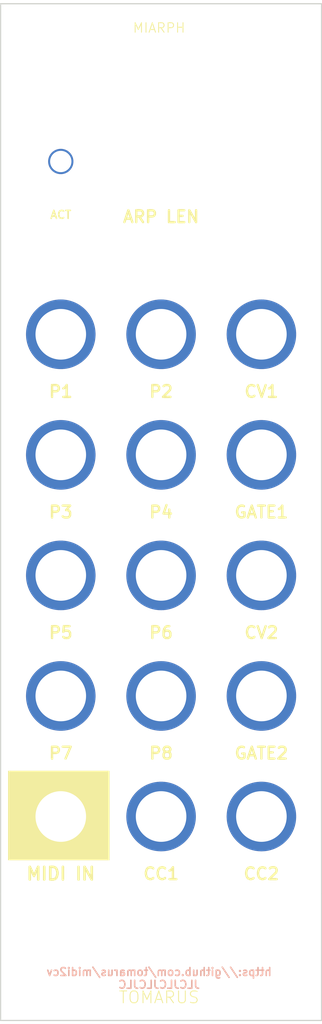
<source format=kicad_pcb>
(kicad_pcb (version 20171130) (host pcbnew 5.0.2+dfsg1-1)

  (general
    (thickness 1.6)
    (drawings 33)
    (tracks 0)
    (zones 0)
    (modules 21)
    (nets 1)
  )

  (page A4)
  (layers
    (0 F.Cu signal)
    (31 B.Cu signal)
    (32 B.Adhes user hide)
    (33 F.Adhes user hide)
    (34 B.Paste user hide)
    (35 F.Paste user hide)
    (36 B.SilkS user)
    (37 F.SilkS user)
    (38 B.Mask user)
    (39 F.Mask user)
    (40 Dwgs.User user hide)
    (41 Cmts.User user hide)
    (42 Eco1.User user)
    (43 Eco2.User user hide)
    (44 Edge.Cuts user)
    (45 Margin user hide)
    (46 B.CrtYd user hide)
    (47 F.CrtYd user hide)
    (48 B.Fab user hide)
    (49 F.Fab user hide)
  )

  (setup
    (last_trace_width 0.25)
    (user_trace_width 0.5)
    (trace_clearance 0.2)
    (zone_clearance 0.508)
    (zone_45_only no)
    (trace_min 0.2)
    (segment_width 0.2)
    (edge_width 0.15)
    (via_size 0.8)
    (via_drill 0.4)
    (via_min_size 0.4)
    (via_min_drill 0.3)
    (uvia_size 0.3)
    (uvia_drill 0.1)
    (uvias_allowed no)
    (uvia_min_size 0.2)
    (uvia_min_drill 0.1)
    (pcb_text_width 0.3)
    (pcb_text_size 1.5 1.5)
    (mod_edge_width 0.15)
    (mod_text_size 1 1)
    (mod_text_width 0.15)
    (pad_size 5.95 3.65)
    (pad_drill 5.95)
    (pad_to_mask_clearance 0)
    (solder_mask_min_width 0.25)
    (aux_axis_origin 112.776 14.478)
    (visible_elements FFFFFF7F)
    (pcbplotparams
      (layerselection 0x010f0_ffffffff)
      (usegerberextensions false)
      (usegerberattributes false)
      (usegerberadvancedattributes false)
      (creategerberjobfile false)
      (excludeedgelayer true)
      (linewidth 0.100000)
      (plotframeref false)
      (viasonmask false)
      (mode 1)
      (useauxorigin false)
      (hpglpennumber 1)
      (hpglpenspeed 20)
      (hpglpendiameter 15.000000)
      (psnegative false)
      (psa4output false)
      (plotreference true)
      (plotvalue false)
      (plotinvisibletext false)
      (padsonsilk false)
      (subtractmaskfromsilk false)
      (outputformat 1)
      (mirror false)
      (drillshape 0)
      (scaleselection 1)
      (outputdirectory "miarph-panel-0712/"))
  )

  (net 0 "")

  (net_class Default "This is the default net class."
    (clearance 0.2)
    (trace_width 0.25)
    (via_dia 0.8)
    (via_drill 0.4)
    (uvia_dia 0.3)
    (uvia_drill 0.1)
  )

  (module MountingHole:MountingHole_6.4mm_M6 (layer F.Cu) (tedit 5FCDEB63) (tstamp 5CE6F4A6)
    (at 133.096 34.417)
    (descr "Mounting Hole 6.4mm, no annular, M6")
    (tags "mounting hole 6.4mm no annular m6")
    (attr virtual)
    (fp_text reference REF** (at 0 -7.4) (layer F.SilkS) hide
      (effects (font (size 1 1) (thickness 0.15)))
    )
    (fp_text value MountingHole_6.4mm_M6 (at 0 7.4) (layer F.Fab)
      (effects (font (size 1 1) (thickness 0.15)))
    )
    (fp_circle (center 0 0) (end 6.65 0) (layer F.CrtYd) (width 0.05))
    (fp_circle (center 0 0) (end 6.4 0) (layer Cmts.User) (width 0.15))
    (fp_text user %R (at 0.3 0) (layer F.Fab)
      (effects (font (size 1 1) (thickness 0.15)))
    )
    (pad "" np_thru_hole circle (at 0 0) (size 7.5 7.5) (drill 7.5) (layers *.Cu *.Mask))
  )

  (module MountingHole:MountingHole_3.2mm_M3 (layer F.Cu) (tedit 5FCDEB52) (tstamp 5CE6F491)
    (at 120.396 34.417)
    (descr "Mounting Hole 3.2mm, no annular, M3")
    (tags "mounting hole 3.2mm no annular m3")
    (attr virtual)
    (fp_text reference REF** (at 0 -4.2) (layer F.SilkS) hide
      (effects (font (size 1 1) (thickness 0.15)))
    )
    (fp_text value MountingHole_3.2mm_M3 (at 0 4.2) (layer F.Fab)
      (effects (font (size 1 1) (thickness 0.15)))
    )
    (fp_text user %R (at 0.3 0) (layer F.Fab)
      (effects (font (size 1 1) (thickness 0.15)))
    )
    (fp_circle (center 0 0) (end 3.2 0) (layer Cmts.User) (width 0.15))
    (fp_circle (center 0 0) (end 3.45 0) (layer F.CrtYd) (width 0.05))
    (pad "" np_thru_hole circle (at 0 0) (size 3.2 3.2) (drill 2.7) (layers *.Cu *.Mask))
  )

  (module MountingHole:MountingHole_6.4mm_M6_Pad (layer F.Cu) (tedit 5FCDEF31) (tstamp 5CF33149)
    (at 120.396 56.261)
    (descr "Mounting Hole 6.4mm, M6")
    (tags "mounting hole 6.4mm m6")
    (attr virtual)
    (fp_text reference REF** (at 0 -7.4) (layer F.SilkS) hide
      (effects (font (size 1 1) (thickness 0.15)))
    )
    (fp_text value MountingHole_6.4mm_M6_Pad (at 0 7.4) (layer F.Fab)
      (effects (font (size 1 1) (thickness 0.15)))
    )
    (fp_circle (center 0 0) (end 6.65 0) (layer F.CrtYd) (width 0.05))
    (fp_circle (center 0 0) (end 6.4 0) (layer Cmts.User) (width 0.15))
    (fp_text user %R (at 0.3 0) (layer F.Fab)
      (effects (font (size 1 1) (thickness 0.15)))
    )
    (pad 1 thru_hole circle (at 0 0) (size 8.8 8.8) (drill 6.4) (layers *.Cu *.Mask))
  )

  (module MountingHole:MountingHole_6.4mm_M6_Pad (layer F.Cu) (tedit 5FCDEF27) (tstamp 5CF33142)
    (at 145.796 56.261)
    (descr "Mounting Hole 6.4mm, M6")
    (tags "mounting hole 6.4mm m6")
    (attr virtual)
    (fp_text reference REF** (at 0 -7.4) (layer F.SilkS) hide
      (effects (font (size 1 1) (thickness 0.15)))
    )
    (fp_text value MountingHole_6.4mm_M6_Pad (at 0 7.4) (layer F.Fab)
      (effects (font (size 1 1) (thickness 0.15)))
    )
    (fp_circle (center 0 0) (end 6.65 0) (layer F.CrtYd) (width 0.05))
    (fp_circle (center 0 0) (end 6.4 0) (layer Cmts.User) (width 0.15))
    (fp_text user %R (at 0.3 0) (layer F.Fab)
      (effects (font (size 1 1) (thickness 0.15)))
    )
    (pad 1 thru_hole circle (at 0 0) (size 8.8 8.8) (drill 6.4) (layers *.Cu *.Mask))
  )

  (module MountingHole:MountingHole_6.4mm_M6_Pad (layer F.Cu) (tedit 5FCDEF2C) (tstamp 5CF3313B)
    (at 133.096 56.261)
    (descr "Mounting Hole 6.4mm, M6")
    (tags "mounting hole 6.4mm m6")
    (attr virtual)
    (fp_text reference REF** (at 0 -7.4) (layer F.SilkS) hide
      (effects (font (size 1 1) (thickness 0.15)))
    )
    (fp_text value MountingHole_6.4mm_M6_Pad (at 0 7.4) (layer F.Fab)
      (effects (font (size 1 1) (thickness 0.15)))
    )
    (fp_text user %R (at 0.3 0) (layer F.Fab)
      (effects (font (size 1 1) (thickness 0.15)))
    )
    (fp_circle (center 0 0) (end 6.4 0) (layer Cmts.User) (width 0.15))
    (fp_circle (center 0 0) (end 6.65 0) (layer F.CrtYd) (width 0.05))
    (pad 1 thru_hole circle (at 0 0) (size 8.8 8.8) (drill 6.4) (layers *.Cu *.Mask))
  )

  (module MountingHole:MountingHole_6.4mm_M6_Pad (layer F.Cu) (tedit 5FCDEF1E) (tstamp 5CF3311D)
    (at 133.096 71.501)
    (descr "Mounting Hole 6.4mm, M6")
    (tags "mounting hole 6.4mm m6")
    (attr virtual)
    (fp_text reference REF** (at 0 -7.4) (layer F.SilkS) hide
      (effects (font (size 1 1) (thickness 0.15)))
    )
    (fp_text value MountingHole_6.4mm_M6_Pad (at 0 7.4) (layer F.Fab)
      (effects (font (size 1 1) (thickness 0.15)))
    )
    (fp_circle (center 0 0) (end 6.65 0) (layer F.CrtYd) (width 0.05))
    (fp_circle (center 0 0) (end 6.4 0) (layer Cmts.User) (width 0.15))
    (fp_text user %R (at 0.3 0) (layer F.Fab)
      (effects (font (size 1 1) (thickness 0.15)))
    )
    (pad 1 thru_hole circle (at 0 0) (size 8.8 8.8) (drill 6.4) (layers *.Cu *.Mask))
  )

  (module MountingHole:MountingHole_6.4mm_M6_Pad (layer F.Cu) (tedit 5FCDEF23) (tstamp 5CF33116)
    (at 145.796 71.501)
    (descr "Mounting Hole 6.4mm, M6")
    (tags "mounting hole 6.4mm m6")
    (attr virtual)
    (fp_text reference REF** (at 0 -7.4) (layer F.SilkS) hide
      (effects (font (size 1 1) (thickness 0.15)))
    )
    (fp_text value MountingHole_6.4mm_M6_Pad (at 0 7.4) (layer F.Fab)
      (effects (font (size 1 1) (thickness 0.15)))
    )
    (fp_text user %R (at 0.3 0) (layer F.Fab)
      (effects (font (size 1 1) (thickness 0.15)))
    )
    (fp_circle (center 0 0) (end 6.4 0) (layer Cmts.User) (width 0.15))
    (fp_circle (center 0 0) (end 6.65 0) (layer F.CrtYd) (width 0.05))
    (pad 1 thru_hole circle (at 0 0) (size 8.8 8.8) (drill 6.4) (layers *.Cu *.Mask))
  )

  (module MountingHole:MountingHole_6.4mm_M6_Pad (layer F.Cu) (tedit 5FCDEF18) (tstamp 5CF3310D)
    (at 120.396 71.501)
    (descr "Mounting Hole 6.4mm, M6")
    (tags "mounting hole 6.4mm m6")
    (attr virtual)
    (fp_text reference REF** (at 0 -7.4) (layer F.SilkS) hide
      (effects (font (size 1 1) (thickness 0.15)))
    )
    (fp_text value MountingHole_6.4mm_M6_Pad (at 0 7.4) (layer F.Fab)
      (effects (font (size 1 1) (thickness 0.15)))
    )
    (fp_text user %R (at 0.3 0) (layer F.Fab)
      (effects (font (size 1 1) (thickness 0.15)))
    )
    (fp_circle (center 0 0) (end 6.4 0) (layer Cmts.User) (width 0.15))
    (fp_circle (center 0 0) (end 6.65 0) (layer F.CrtYd) (width 0.05))
    (pad 1 thru_hole circle (at 0 0) (size 8.8 8.8) (drill 6.4) (layers *.Cu *.Mask))
  )

  (module MountingHole:MountingHole_6.4mm_M6_Pad (layer F.Cu) (tedit 5FCDEF08) (tstamp 5CF330EF)
    (at 133.096 86.741)
    (descr "Mounting Hole 6.4mm, M6")
    (tags "mounting hole 6.4mm m6")
    (attr virtual)
    (fp_text reference REF** (at 0 -7.4) (layer F.SilkS) hide
      (effects (font (size 1 1) (thickness 0.15)))
    )
    (fp_text value MountingHole_6.4mm_M6_Pad (at 0 7.4) (layer F.Fab)
      (effects (font (size 1 1) (thickness 0.15)))
    )
    (fp_text user %R (at 0.3 0) (layer F.Fab)
      (effects (font (size 1 1) (thickness 0.15)))
    )
    (fp_circle (center 0 0) (end 6.4 0) (layer Cmts.User) (width 0.15))
    (fp_circle (center 0 0) (end 6.65 0) (layer F.CrtYd) (width 0.05))
    (pad 1 thru_hole circle (at 0 0) (size 8.8 8.8) (drill 6.4) (layers *.Cu *.Mask))
  )

  (module MountingHole:MountingHole_6.4mm_M6_Pad (layer F.Cu) (tedit 5FCDEF03) (tstamp 5CF330E8)
    (at 145.796 86.741)
    (descr "Mounting Hole 6.4mm, M6")
    (tags "mounting hole 6.4mm m6")
    (attr virtual)
    (fp_text reference REF** (at 0 -7.4) (layer F.SilkS) hide
      (effects (font (size 1 1) (thickness 0.15)))
    )
    (fp_text value MountingHole_6.4mm_M6_Pad (at 0 7.4) (layer F.Fab)
      (effects (font (size 1 1) (thickness 0.15)))
    )
    (fp_circle (center 0 0) (end 6.65 0) (layer F.CrtYd) (width 0.05))
    (fp_circle (center 0 0) (end 6.4 0) (layer Cmts.User) (width 0.15))
    (fp_text user %R (at 0.3 0) (layer F.Fab)
      (effects (font (size 1 1) (thickness 0.15)))
    )
    (pad 1 thru_hole circle (at 0 0) (size 8.8 8.8) (drill 6.4) (layers *.Cu *.Mask))
  )

  (module MountingHole:MountingHole_6.4mm_M6_Pad (layer F.Cu) (tedit 5FCDEF0D) (tstamp 5CF330DF)
    (at 120.396 86.741)
    (descr "Mounting Hole 6.4mm, M6")
    (tags "mounting hole 6.4mm m6")
    (attr virtual)
    (fp_text reference REF** (at 0 -7.4) (layer F.SilkS) hide
      (effects (font (size 1 1) (thickness 0.15)))
    )
    (fp_text value MountingHole_6.4mm_M6_Pad (at 0 7.4) (layer F.Fab)
      (effects (font (size 1 1) (thickness 0.15)))
    )
    (fp_circle (center 0 0) (end 6.65 0) (layer F.CrtYd) (width 0.05))
    (fp_circle (center 0 0) (end 6.4 0) (layer Cmts.User) (width 0.15))
    (fp_text user %R (at 0.3 0) (layer F.Fab)
      (effects (font (size 1 1) (thickness 0.15)))
    )
    (pad 1 thru_hole circle (at 0 0) (size 8.8 8.8) (drill 6.4) (layers *.Cu *.Mask))
  )

  (module MountingHole:MountingHole_6.4mm_M6_Pad (layer F.Cu) (tedit 5FCDEEEF) (tstamp 5CF330C1)
    (at 133.096 101.981)
    (descr "Mounting Hole 6.4mm, M6")
    (tags "mounting hole 6.4mm m6")
    (attr virtual)
    (fp_text reference REF** (at 0 -7.4) (layer F.SilkS) hide
      (effects (font (size 1 1) (thickness 0.15)))
    )
    (fp_text value MountingHole_6.4mm_M6_Pad (at 0 7.4) (layer F.Fab)
      (effects (font (size 1 1) (thickness 0.15)))
    )
    (fp_circle (center 0 0) (end 6.65 0) (layer F.CrtYd) (width 0.05))
    (fp_circle (center 0 0) (end 6.4 0) (layer Cmts.User) (width 0.15))
    (fp_text user %R (at 0.3 0) (layer F.Fab)
      (effects (font (size 1 1) (thickness 0.15)))
    )
    (pad 1 thru_hole circle (at 0 0) (size 8.8 8.8) (drill 6.4) (layers *.Cu *.Mask))
  )

  (module MountingHole:MountingHole_6.4mm_M6_Pad (layer F.Cu) (tedit 5FCDEEFA) (tstamp 5CF330BA)
    (at 145.796 101.981)
    (descr "Mounting Hole 6.4mm, M6")
    (tags "mounting hole 6.4mm m6")
    (attr virtual)
    (fp_text reference REF** (at 0 -7.4) (layer F.SilkS) hide
      (effects (font (size 1 1) (thickness 0.15)))
    )
    (fp_text value MountingHole_6.4mm_M6_Pad (at 0 7.4) (layer F.Fab)
      (effects (font (size 1 1) (thickness 0.15)))
    )
    (fp_text user %R (at 0.3 0) (layer F.Fab)
      (effects (font (size 1 1) (thickness 0.15)))
    )
    (fp_circle (center 0 0) (end 6.4 0) (layer Cmts.User) (width 0.15))
    (fp_circle (center 0 0) (end 6.65 0) (layer F.CrtYd) (width 0.05))
    (pad 1 thru_hole circle (at 0 0) (size 8.8 8.8) (drill 6.4) (layers *.Cu *.Mask))
  )

  (module MountingHole:MountingHole_6.4mm_M6_Pad (layer F.Cu) (tedit 5FCDEEF4) (tstamp 5CF330B1)
    (at 120.396 101.981)
    (descr "Mounting Hole 6.4mm, M6")
    (tags "mounting hole 6.4mm m6")
    (attr virtual)
    (fp_text reference REF** (at 0 -7.4) (layer F.SilkS) hide
      (effects (font (size 1 1) (thickness 0.15)))
    )
    (fp_text value MountingHole_6.4mm_M6_Pad (at 0 7.4) (layer F.Fab)
      (effects (font (size 1 1) (thickness 0.15)))
    )
    (fp_text user %R (at 0.3 0) (layer F.Fab)
      (effects (font (size 1 1) (thickness 0.15)))
    )
    (fp_circle (center 0 0) (end 6.4 0) (layer Cmts.User) (width 0.15))
    (fp_circle (center 0 0) (end 6.65 0) (layer F.CrtYd) (width 0.05))
    (pad 1 thru_hole circle (at 0 0) (size 8.8 8.8) (drill 6.4) (layers *.Cu *.Mask))
  )

  (module MountingHole:MountingHole_6.4mm_M6_Pad (layer F.Cu) (tedit 5FCDEEDB) (tstamp 5FCDEB47)
    (at 145.796 117.221)
    (descr "Mounting Hole 6.4mm, M6")
    (tags "mounting hole 6.4mm m6")
    (attr virtual)
    (fp_text reference REF** (at 0 -7.4) (layer F.SilkS) hide
      (effects (font (size 1 1) (thickness 0.15)))
    )
    (fp_text value MountingHole_6.4mm_M6_Pad (at 0 7.4) (layer F.Fab)
      (effects (font (size 1 1) (thickness 0.15)))
    )
    (fp_circle (center 0 0) (end 6.65 0) (layer F.CrtYd) (width 0.05))
    (fp_circle (center 0 0) (end 6.4 0) (layer Cmts.User) (width 0.15))
    (fp_text user %R (at 0.3 0) (layer F.Fab)
      (effects (font (size 1 1) (thickness 0.15)))
    )
    (pad 1 thru_hole circle (at 0 0) (size 8.8 8.8) (drill 6.4) (layers *.Cu *.Mask))
  )

  (module MountingHole:MountingHole_6.4mm_M6_Pad (layer F.Cu) (tedit 5FCDEED5) (tstamp 5CF32FB1)
    (at 133.096 117.221)
    (descr "Mounting Hole 6.4mm, M6")
    (tags "mounting hole 6.4mm m6")
    (attr virtual)
    (fp_text reference REF** (at 0 -7.4) (layer F.SilkS) hide
      (effects (font (size 1 1) (thickness 0.15)))
    )
    (fp_text value MountingHole_6.4mm_M6_Pad (at 0 7.4) (layer F.Fab)
      (effects (font (size 1 1) (thickness 0.15)))
    )
    (fp_text user %R (at 0.3 0) (layer F.Fab)
      (effects (font (size 1 1) (thickness 0.15)))
    )
    (fp_circle (center 0 0) (end 6.4 0) (layer Cmts.User) (width 0.15))
    (fp_circle (center 0 0) (end 6.65 0) (layer F.CrtYd) (width 0.05))
    (pad 1 thru_hole circle (at 0 0) (size 8.8 8.8) (drill 6.4) (layers *.Cu *.Mask))
  )

  (module MountingHole:MountingHole_3.2mm_M3 (layer F.Cu) (tedit 5FCDF087) (tstamp 5CF3265A)
    (at 120.276 17.478)
    (descr "Mounting Hole 3.2mm, no annular, M3")
    (tags "mounting hole 3.2mm no annular m3")
    (attr virtual)
    (fp_text reference REF** (at 0 -4.2) (layer F.SilkS) hide
      (effects (font (size 1 1) (thickness 0.15)))
    )
    (fp_text value MountingHole_3.2mm_M3 (at 0 4.2) (layer F.Fab)
      (effects (font (size 1 1) (thickness 0.15)))
    )
    (fp_circle (center 0 0) (end 3.45 0) (layer F.CrtYd) (width 0.05))
    (fp_circle (center 0 0) (end 3.2 0) (layer Cmts.User) (width 0.15))
    (fp_text user %R (at 0.3 0) (layer F.Fab)
      (effects (font (size 1 1) (thickness 0.15)))
    )
    (pad "" np_thru_hole oval (at 0 0) (size 5.95 3.5) (drill oval 5.95 3.5) (layers *.Cu *.Mask))
  )

  (module MountingHole:MountingHole_3.2mm_M3 (layer F.Cu) (tedit 5FCDF09C) (tstamp 5CF3267B)
    (at 145.696 17.478)
    (descr "Mounting Hole 3.2mm, no annular, M3")
    (tags "mounting hole 3.2mm no annular m3")
    (attr virtual)
    (fp_text reference REF** (at 0 -4.2) (layer F.SilkS) hide
      (effects (font (size 1 1) (thickness 0.15)))
    )
    (fp_text value MountingHole_3.2mm_M3 (at 0 4.2) (layer F.Fab)
      (effects (font (size 1 1) (thickness 0.15)))
    )
    (fp_circle (center 0 0) (end 3.45 0) (layer F.CrtYd) (width 0.05))
    (fp_circle (center 0 0) (end 3.2 0) (layer Cmts.User) (width 0.15))
    (fp_text user %R (at 0.3 0) (layer F.Fab)
      (effects (font (size 1 1) (thickness 0.15)))
    )
    (pad "" np_thru_hole oval (at -0.02 0) (size 5.95 3.65) (drill oval 5.95 3.65) (layers *.Cu *.Mask))
  )

  (module MountingHole:MountingHole_3.2mm_M3 (layer F.Cu) (tedit 5FCDF0B2) (tstamp 5CF326AC)
    (at 145.676 139.978)
    (descr "Mounting Hole 3.2mm, no annular, M3")
    (tags "mounting hole 3.2mm no annular m3")
    (attr virtual)
    (fp_text reference REF** (at 0 -4.2) (layer F.SilkS) hide
      (effects (font (size 1 1) (thickness 0.15)))
    )
    (fp_text value MountingHole_3.2mm_M3 (at 0 4.2) (layer F.Fab)
      (effects (font (size 1 1) (thickness 0.15)))
    )
    (fp_circle (center 0 0) (end 3.45 0) (layer F.CrtYd) (width 0.05))
    (fp_circle (center 0 0) (end 3.2 0) (layer Cmts.User) (width 0.15))
    (fp_text user %R (at 0.3 0) (layer F.Fab)
      (effects (font (size 1 1) (thickness 0.15)))
    )
    (pad "" np_thru_hole oval (at 0 0) (size 5.95 3.65) (drill oval 5.95 3.65) (layers *.Cu *.Mask))
  )

  (module MountingHole:MountingHole_3.2mm_M3 (layer F.Cu) (tedit 5FCDEB89) (tstamp 5CF326C2)
    (at 120.276 139.978)
    (descr "Mounting Hole 3.2mm, no annular, M3")
    (tags "mounting hole 3.2mm no annular m3")
    (attr virtual)
    (fp_text reference REF** (at 0 -4.2) (layer F.SilkS) hide
      (effects (font (size 1 1) (thickness 0.15)))
    )
    (fp_text value MountingHole_3.2mm_M3 (at 0 4.2) (layer F.Fab)
      (effects (font (size 1 1) (thickness 0.15)))
    )
    (fp_circle (center 0 0) (end 3.45 0) (layer F.CrtYd) (width 0.05))
    (fp_circle (center 0 0) (end 3.2 0) (layer Cmts.User) (width 0.15))
    (fp_text user %R (at 0.3 0) (layer F.Fab)
      (effects (font (size 1 1) (thickness 0.15)))
    )
    (pad "" np_thru_hole oval (at 0 0) (size 5.95 3.65) (drill oval 5.95 3.65) (layers *.Cu *.Mask))
  )

  (module MountingHole:MountingHole_6.4mm_M6_Pad (layer F.Cu) (tedit 5CE6CDE5) (tstamp 5CF32F9A)
    (at 120.396 117.221)
    (descr "Mounting Hole 6.4mm, M6")
    (tags "mounting hole 6.4mm m6")
    (attr virtual)
    (fp_text reference REF** (at 0 -7.4) (layer F.SilkS) hide
      (effects (font (size 1 1) (thickness 0.15)))
    )
    (fp_text value MountingHole_6.4mm_M6_Pad (at 0 7.4) (layer F.Fab)
      (effects (font (size 1 1) (thickness 0.15)))
    )
    (fp_circle (center 0 0) (end 6.65 0) (layer F.CrtYd) (width 0.05))
    (fp_circle (center 0 0) (end 6.4 0) (layer Cmts.User) (width 0.15))
    (fp_text user %R (at 0.3 0) (layer F.Fab)
      (effects (font (size 1 1) (thickness 0.15)))
    )
    (pad 1 thru_hole circle (at 0 0) (size 8.4 8.4) (drill 6.4) (layers *.Cu *.Mask))
  )

  (gr_poly (pts (xy 115.824 111.506) (xy 113.792 111.506) (xy 113.792 122.682) (xy 126.492 122.682) (xy 126.492 111.506)) (layer F.SilkS) (width 0.15) (tstamp 5FCDEB56))
  (gr_text "https://github.com/tomarus/midi2cv\nJLCJLCJLCJLC" (at 132.842 137.668) (layer B.SilkS)
    (effects (font (size 1 1) (thickness 0.2)) (justify mirror))
  )
  (gr_text ACT (at 120.396 41.148) (layer F.SilkS) (tstamp 5CE6F488)
    (effects (font (size 1 1) (thickness 0.2)))
  )
  (gr_text "ARP LEN" (at 133.096 41.402) (layer F.SilkS) (tstamp 5CE6F485)
    (effects (font (size 1.5 1.5) (thickness 0.3)))
  )
  (gr_text TOMARUS (at 132.842 140.081) (layer F.SilkS)
    (effects (font (size 1.5 1.5) (thickness 0.12)))
  )
  (gr_text MIARPH (at 132.842 17.526) (layer F.SilkS) (tstamp 5CE6E32D)
    (effects (font (size 1.2 1.2) (thickness 0.12)))
  )
  (gr_text P7 (at 120.396 109.22) (layer F.SilkS)
    (effects (font (size 1.5 1.5) (thickness 0.3)))
  )
  (gr_text P5 (at 120.396 93.98) (layer F.SilkS)
    (effects (font (size 1.5 1.5) (thickness 0.3)))
  )
  (gr_text P3 (at 120.396 78.74) (layer F.SilkS)
    (effects (font (size 1.5 1.5) (thickness 0.3)))
  )
  (gr_text P1 (at 120.396 63.5) (layer F.SilkS)
    (effects (font (size 1.5 1.5) (thickness 0.3)))
  )
  (gr_text P6 (at 133.096 93.98) (layer F.SilkS)
    (effects (font (size 1.5 1.5) (thickness 0.3)))
  )
  (gr_text CV2 (at 145.796 93.98) (layer F.SilkS)
    (effects (font (size 1.5 1.5) (thickness 0.3)))
  )
  (gr_text P4 (at 133.096 78.74) (layer F.SilkS)
    (effects (font (size 1.5 1.5) (thickness 0.3)))
  )
  (gr_text GATE1 (at 145.796 78.74) (layer F.SilkS)
    (effects (font (size 1.5 1.5) (thickness 0.3)))
  )
  (gr_text P2 (at 133.096 63.5) (layer F.SilkS)
    (effects (font (size 1.5 1.5) (thickness 0.3)))
  )
  (gr_text CV1 (at 145.796 63.5) (layer F.SilkS)
    (effects (font (size 1.5 1.5) (thickness 0.3)))
  )
  (gr_text P8 (at 133.096 109.22) (layer F.SilkS)
    (effects (font (size 1.5 1.5) (thickness 0.3)))
  )
  (gr_text GATE2 (at 145.796 109.22) (layer F.SilkS)
    (effects (font (size 1.5 1.5) (thickness 0.3)))
  )
  (gr_text "MIDI IN" (at 120.396 124.46) (layer F.SilkS)
    (effects (font (size 1.6 1.6) (thickness 0.33)))
  )
  (gr_text CC1 (at 133.096 124.46) (layer F.SilkS)
    (effects (font (size 1.5 1.5) (thickness 0.3)))
  )
  (gr_text CC2 (at 145.796 124.46) (layer F.SilkS)
    (effects (font (size 1.5 1.5) (thickness 0.3)))
  )
  (gr_line (start 153.416 143.002) (end 153.416 142.748) (layer Edge.Cuts) (width 0.15))
  (gr_line (start 112.776 143.002) (end 112.776 142.748) (layer Edge.Cuts) (width 0.15))
  (gr_line (start 112.776 14.478) (end 112.776 14.732) (layer Edge.Cuts) (width 0.15))
  (gr_line (start 153.416 14.478) (end 153.416 14.732) (layer Edge.Cuts) (width 0.15))
  (gr_line (start 153.416 142.748) (end 153.416 127) (layer Edge.Cuts) (width 0.15))
  (gr_line (start 112.776 143.002) (end 153.416 143.002) (layer Edge.Cuts) (width 0.15))
  (gr_line (start 112.776 127) (end 112.776 142.748) (layer Edge.Cuts) (width 0.15))
  (gr_line (start 153.416 14.732) (end 153.416 30.48) (layer Edge.Cuts) (width 0.15))
  (gr_line (start 112.776 14.478) (end 153.416 14.478) (layer Edge.Cuts) (width 0.15))
  (gr_line (start 112.776 30.48) (end 112.776 14.732) (layer Edge.Cuts) (width 0.15))
  (gr_line (start 112.776 127) (end 112.776 30.48) (layer Edge.Cuts) (width 0.15))
  (gr_line (start 153.416 30.48) (end 153.416 127) (layer Edge.Cuts) (width 0.15))

)

</source>
